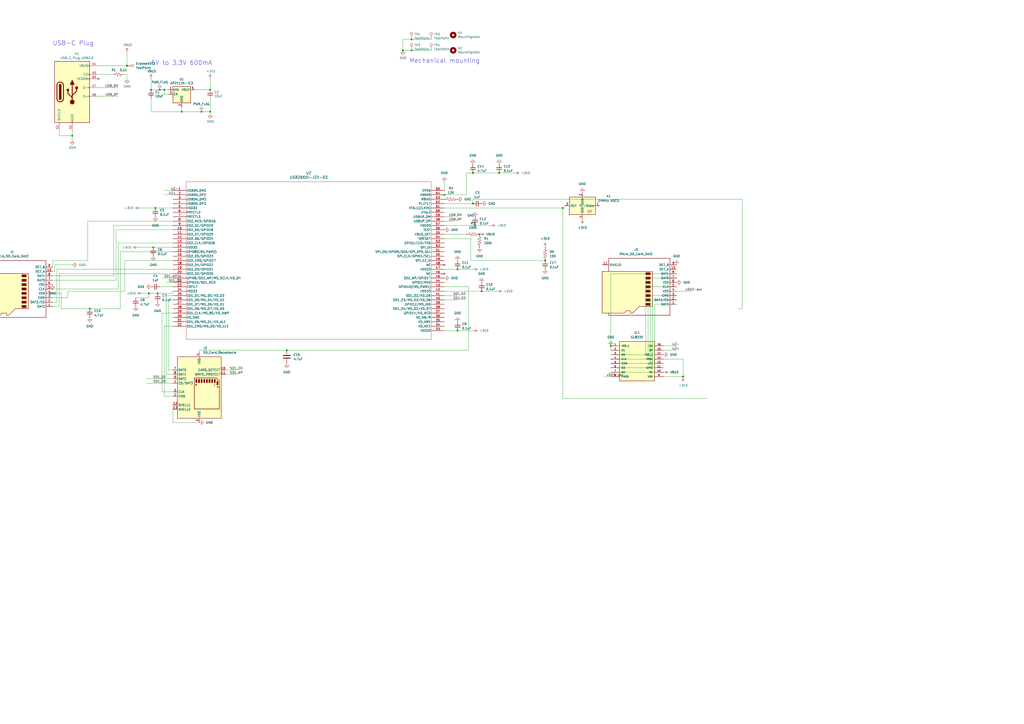
<source format=kicad_sch>
(kicad_sch (version 20231120) (generator "eeschema") (generator_version "8.0")
  (paper "A2")
  (title_block (title "Expansion Card Template") (date "2020-12-12") (rev "X1") (company "Framework") (comment 1 "This work is licensed under a Creative Commons Attribution 4.0 International License") (comment 4 "https://frame.work"))
  (lib_symbols
    (symbol "Connector:Micro_SD_Card_Det2"
      (property "Reference" "J" (at -16.51 17.78 0))
      (property "Value" "Micro_SD_Card_Det2" (at 16.51 17.78 0))
      (symbol "Micro_SD_Card_Det2_1_1"
        (pin bidirectional line (at -22.86 10.16 0) (length 3.81) (name "DAT2") (number "1"))
        (pin passive line (at -22.86 -10.16 0) (length 3.81) (name "DET_A") (number "10"))
        (pin passive line (at 20.32 -12.7 180) (length 3.81) (name "SHIELD") (number "11"))
        (pin bidirectional line (at -22.86 7.62 0) (length 3.81) (name "DAT3/CD") (number "2"))
        (pin input line (at -22.86 5.08 0) (length 3.81) (name "CMD") (number "3"))
        (pin power_in line (at -22.86 2.54 0) (length 3.81) (name "VDD") (number "4"))
        (pin input line (at -22.86 0 0) (length 3.81) (name "CLK") (number "5"))
        (pin power_in line (at -22.86 -2.54 0) (length 3.81) (name "VSS") (number "6"))
        (pin bidirectional line (at -22.86 -5.08 0) (length 3.81) (name "DAT0") (number "7"))
        (pin bidirectional line (at -22.86 -7.62 0) (length 3.81) (name "DAT1") (number "8"))
        (pin passive line (at -22.86 -12.7 0) (length 3.81) (name "DET_B") (number "9"))
      )
    )
    (symbol "Connector:SD_Card_Receptacle"
      (property "Reference" "J" (at -11.938 19.304 0))
      (property "Value" "SD_Card_Receptacle" (at 10.922 -19.558 0))
      (symbol "SD_Card_Receptacle_1_1"
        (text "1" (at 8.89 1.524 0) (effects (font (size 0.9 0.9))))
        (text "8" (at -1.778 1.524 0) (effects (font (size 0.9 0.9))))
        (text "9" (at 10.668 0.254 0) (effects (font (size 0.9 0.9))))
        (pin bidirectional line (at -15.24 2.54 0) (length 2.54) (name "CD/DAT3") (number "1"))
        (pin output line (at 15.24 10.16 180) (length 2.54) (name "CARD_DETECT") (number "10"))
        (pin output line (at 15.24 7.62 180) (length 2.54) (name "WRITE_PROTECT") (number "11"))
        (pin passive line (at -15.24 -10.16 0) (length 2.54) (name "SHELL1") (number "12"))
        (pin passive line (at -15.24 -12.7 0) (length 2.54) (name "SHELL2") (number "13"))
        (pin bidirectional line (at -15.24 -5.08 0) (length 2.54) (name "CMD") (number "2"))
        (pin power_in line (at 0 -20.32 90) (length 2.54) (name "VSS") (number "3"))
        (pin power_in line (at 0 20.32 270) (length 2.54) (name "VDD") (number "4"))
        (pin input line (at -15.24 -2.54 0) (length 2.54) (name "CLK") (number "5"))
        (pin passive line (at 0 -20.32 90) (length 2.54) hide (name "VSS") (number "6"))
        (pin bidirectional line (at -15.24 10.16 0) (length 2.54) (name "DAT0") (number "7"))
        (pin bidirectional line (at -15.24 7.62 0) (length 2.54) (name "DAT1") (number "8"))
        (pin bidirectional line (at -15.24 5.08 0) (length 2.54) (name "DAT2") (number "9"))
      )
    )
    (symbol "Connector:TestPoint" (pin_numbers hide) (pin_names (offset 0.762) hide)
      (property "Reference" "TP" (at 0 6.858 0))
      (property "Value" "TestPoint" (at 0 5.08 0))
      (symbol "TestPoint_1_1"
        (pin passive line (at 0 0 90) (length 2.54) (name "1") (number "1"))
      )
    )
    (symbol "Connector:USB_C_Plug_USB2.0" (pin_names (offset 1.016))
      (property "Reference" "P" (at -10.16 19.05 0))
      (property "Value" "USB_C_Plug_USB2.0" (at 12.7 19.05 0))
      (symbol "USB_C_Plug_USB2.0_1_1"
        (pin passive line (at 0 -22.86 90) (length 5.08) (name "GND") (number "A1"))
        (pin passive line (at 0 -22.86 90) (length 5.08) hide (name "GND") (number "A12"))
        (pin passive line (at 15.24 15.24 180) (length 5.08) (name "VBUS") (number "A4"))
        (pin bidirectional line (at 15.24 10.16 180) (length 5.08) (name "CC") (number "A5"))
        (pin bidirectional line (at 15.24 -2.54 180) (length 5.08) (name "D+") (number "A6"))
        (pin bidirectional line (at 15.24 2.54 180) (length 5.08) (name "D-") (number "A7"))
        (pin passive line (at 15.24 15.24 180) (length 5.08) hide (name "VBUS") (number "A9"))
        (pin passive line (at 0 -22.86 90) (length 5.08) hide (name "GND") (number "B1"))
        (pin passive line (at 0 -22.86 90) (length 5.08) hide (name "GND") (number "B12"))
        (pin passive line (at 15.24 15.24 180) (length 5.08) hide (name "VBUS") (number "B4"))
        (pin bidirectional line (at 15.24 7.62 180) (length 5.08) (name "VCONN") (number "B5"))
        (pin passive line (at 15.24 15.24 180) (length 5.08) hide (name "VBUS") (number "B9"))
        (pin passive line (at -7.62 -22.86 90) (length 5.08) (name "SHIELD") (number "S1"))
      )
    )
    (symbol "Device:C" (pin_numbers hide) (pin_names (offset 0.254))
      (property "Reference" "C" (at 0.635 2.54 0))
      (property "Value" "C" (at 0.635 -2.54 0))
      (symbol "C_1_1"
        (pin passive line (at 0 3.81 270) (length 2.794) (name "~") (number "1"))
        (pin passive line (at 0 -3.81 90) (length 2.794) (name "~") (number "2"))
      )
    )
    (symbol "Device:C_Small" (pin_numbers hide) (pin_names (offset 0.254) hide)
      (property "Reference" "C" (at 0.254 1.778 0))
      (property "Value" "C_Small" (at 0.254 -2.032 0))
      (symbol "C_Small_1_1"
        (pin passive line (at 0 2.54 270) (length 2.032) (name "~") (number "1"))
        (pin passive line (at 0 -2.54 90) (length 2.032) (name "~") (number "2"))
      )
    )
    (symbol "Device:R_Small_US" (pin_numbers hide) (pin_names (offset 0.254) hide)
      (property "Reference" "R" (at 0.762 0.508 0))
      (property "Value" "R_Small_US" (at 0.762 -1.016 0))
      (symbol "R_Small_US_1_1"
        (pin passive line (at 0 2.54 270) (length 1.016) (name "~") (number "1"))
        (pin passive line (at 0 -2.54 90) (length 1.016) (name "~") (number "2"))
      )
    )
    (symbol "Device:R_US" (pin_numbers hide) (pin_names (offset 0))
      (property "Reference" "R" (at 2.54 0 90))
      (property "Value" "R_US" (at -2.54 0 90))
      (symbol "R_US_1_1"
        (pin passive line (at 0 3.81 270) (length 1.27) (name "~") (number "1"))
        (pin passive line (at 0 -3.81 90) (length 1.27) (name "~") (number "2"))
      )
    )
    (symbol "Expansion_Card-rescue:+3.3V-power" (power) (pin_names (offset 0))
      (property "Value" "power_+3.3V" (at 0 3.556 0))
      (symbol "+3.3V-power_1_1"
        (pin power_in line (at 0 0 90) (length 0) hide (name "+3V3") (number "1"))
      )
    )
    (symbol "Expansion_Card-rescue:GND-power" (power) (pin_names (offset 0))
      (property "Value" "power_GND" (at 0 -3.81 0))
      (symbol "GND-power_1_1"
        (pin power_in line (at 0 0 270) (length 0) hide (name "GND") (number "1"))
      )
    )
    (symbol "Expansion_Card-rescue:PWR_FLAG-power" (power) (pin_numbers hide) (pin_names (offset 0) hide)
      (property "Value" "power_PWR_FLAG" (at 0 3.81 0))
      (symbol "PWR_FLAG-power_0_0"
        (pin power_out line (at 0 0 90) (length 0) (name "pwr") (number "1"))
      )
    )
    (symbol "Expansion_Card-rescue:VBUS-power" (power) (pin_names (offset 0))
      (property "Value" "power_VBUS" (at 0 3.81 0))
      (symbol "VBUS-power_1_1"
        (pin power_in line (at 0 0 90) (length 0) hide (name "VBUS") (number "1"))
      )
    )
    (symbol "GL823K:GL823K" (pin_names (offset 1.016))
      (property "Reference" "IC" (at 26.67 7.62 0))
      (property "Value" "GL823K" (at 26.67 5.08 0))
      (symbol "GL823K_0_0"
        (pin bidirectional line (at 0 0 0) (length 5.08) (name "VSS_1") (number "1"))
        (pin bidirectional line (at 30.48 -15.24 180) (length 5.08) (name "5V") (number "10"))
        (pin bidirectional line (at 30.48 -12.7 180) (length 5.08) (name "GPIO") (number "11"))
        (pin bidirectional line (at 30.48 -10.16 180) (length 5.08) (name "LED") (number "12"))
        (pin bidirectional line (at 30.48 -7.62 180) (length 5.08) (name "VDDA") (number "13"))
        (pin bidirectional line (at 30.48 -5.08 180) (length 5.08) (name "VSS_2") (number "14"))
        (pin bidirectional line (at 30.48 -2.54 180) (length 5.08) (name "DP") (number "15"))
        (pin bidirectional line (at 30.48 0 180) (length 5.08) (name "DM") (number "16"))
        (pin bidirectional line (at 0 -2.54 0) (length 5.08) (name "D1") (number "2"))
        (pin bidirectional line (at 0 -5.08 0) (length 5.08) (name "D0") (number "3"))
        (pin bidirectional line (at 0 -7.62 0) (length 5.08) (name "CLK") (number "4"))
        (pin bidirectional line (at 0 -10.16 0) (length 5.08) (name "CMD") (number "5"))
        (pin bidirectional line (at 0 -12.7 0) (length 5.08) (name "D3") (number "6"))
        (pin bidirectional line (at 0 -15.24 0) (length 5.08) (name "D2") (number "7"))
        (pin bidirectional line (at 0 -17.78 0) (length 5.08) (name "PMOS") (number "8"))
        (pin bidirectional line (at 30.48 -17.78 180) (length 5.08) (name "VDD") (number "9"))
      )
    )
    (symbol "Mechanical:MountingHole" (pin_names (offset 1.016)) (exclude_from_sim yes) (in_bom no)
      (property "Reference" "H" (at 0 5.08 0))
      (property "Value" "MountingHole" (at 0 3.175 0))
    )
    (symbol "Oscillator:ASCO"
      (property "Reference" "X" (at -7.62 6.35 0))
      (property "Value" "ASCO" (at 1.27 -6.35 0))
      (symbol "ASCO_1_1"
        (pin input line (at -10.16 0 0) (length 2.54) (name "Tri-State") (number "1"))
        (pin power_in line (at 0 -7.62 90) (length 2.54) (name "GND") (number "2"))
        (pin output line (at 10.16 0 180) (length 2.54) (name "OUT") (number "3"))
        (pin power_in line (at 0 7.62 270) (length 2.54) (name "VDD") (number "4"))
      )
    )
    (symbol "Regulator_Linear:AP2112K-3.3" (pin_names (offset 0.254))
      (property "Reference" "U" (at -5.08 5.715 0))
      (property "Value" "AP2112K-3.3" (at 0 5.715 0))
      (symbol "AP2112K-3.3_1_1"
        (pin power_in line (at -7.62 2.54 0) (length 2.54) (name "VIN") (number "1"))
        (pin power_in line (at 0 -7.62 90) (length 2.54) (name "GND") (number "2"))
        (pin input line (at -7.62 0 0) (length 2.54) (name "EN") (number "3"))
        (pin no_connect line (at 5.08 0 180) (length 2.54) hide (name "NC") (number "4"))
        (pin power_out line (at 7.62 2.54 180) (length 2.54) (name "VOUT") (number "5"))
      )
    )
    (symbol "USB2660I:USB2660I-JZX-03" (pin_names (offset 0.254))
      (property "Reference" "U" (at 78.74 10.16 0))
      (property "Value" "USB2660I-JZX-03" (at 78.74 7.62 0))
      (symbol "USB2660I-JZX-03_0_1"
        (pin bidirectional line (at 0 0 0) (length 7.62) (name "USBDN_DM2") (number "1"))
        (pin bidirectional line (at 0 -22.86 0) (length 7.62) (name "SD2_D0/GPIO18") (number "10"))
        (pin bidirectional line (at 0 -25.4 0) (length 7.62) (name "SD2_D7/GPIO25") (number "11"))
        (pin bidirectional line (at 0 -27.94 0) (length 7.62) (name "SD2_D6/GPIO24") (number "12"))
        (pin bidirectional line (at 0 -30.48 0) (length 7.62) (name "SD2_CLK/GPIO26") (number "13"))
        (pin power_in line (at 0 -33.02 0) (length 7.62) (name "VDD33") (number "14"))
        (pin bidirectional line (at 0 -35.56 0) (length 7.62) (name "GPIO8(CRD_PWR2)") (number "15"))
        (pin bidirectional line (at 0 -38.1 0) (length 7.62) (name "SD2_D5/GPIO23") (number "16"))
        (pin bidirectional line (at 0 -40.64 0) (length 7.62) (name "SD2_CMD/GPIO27") (number "17"))
        (pin bidirectional line (at 0 -43.18 0) (length 7.62) (name "SD2_D4/GPIO22") (number "18"))
        (pin bidirectional line (at 0 -45.72 0) (length 7.62) (name "SD2_D3/GPIO21") (number "19"))
        (pin bidirectional line (at 0 -2.54 0) (length 7.62) (name "USBDN_DP2") (number "2"))
        (pin bidirectional line (at 0 -48.26 0) (length 7.62) (name "SD2_D2/GPIO20") (number "20"))
        (pin bidirectional line (at 0 -50.8 0) (length 7.62) (name "GPIO6/SD1_WP/MS_SCLK/XD_D4") (number "21"))
        (pin bidirectional line (at 0 -53.34 0) (length 7.62) (name "GPIO15/SD1_NCD") (number "22"))
        (pin bidirectional line (at 0 -55.88 0) (length 7.62) (name "CRFILT") (number "23"))
        (pin power_in line (at 0 -58.42 0) (length 7.62) (name "VDD33") (number "24"))
        (pin bidirectional line (at 0 -60.96 0) (length 7.62) (name "SD1_D1/MS_D5/XD_D3") (number "25"))
        (pin bidirectional line (at 0 -63.5 0) (length 7.62) (name "SD1_D0/MS_D4/XD_D2") (number "26"))
        (pin bidirectional line (at 0 -66.04 0) (length 7.62) (name "SD1_D7/MS_D6/XD_D1") (number "27"))
        (pin bidirectional line (at 0 -68.58 0) (length 7.62) (name "SD1_D6/MS_D7/XD_D0") (number "28"))
        (pin bidirectional line (at 0 -71.12 0) (length 7.62) (name "SD1_CLK/MS_BS/XD_NWP") (number "29"))
        (pin bidirectional line (at 0 -5.08 0) (length 7.62) (name "USBDN_DM3") (number "3"))
        (pin bidirectional line (at 0 -73.66 0) (length 7.62) (name "XD_NWE") (number "30"))
        (pin bidirectional line (at 0 -76.2 0) (length 7.62) (name "SD1_D5/MS_D1/XD_ALE") (number "31"))
        (pin bidirectional line (at 0 -78.74 0) (length 7.62) (name "SD1_CMD/MS_D0/XD_CLE") (number "32"))
        (pin power_in line (at 157.48 -81.28 180) (length 7.62) (name "VDD33") (number "33"))
        (pin bidirectional line (at 157.48 -78.74 180) (length 7.62) (name "XD_NCE") (number "34"))
        (pin bidirectional line (at 157.48 -76.2 180) (length 7.62) (name "XD_NRE") (number "35"))
        (pin bidirectional line (at 157.48 -73.66 180) (length 7.62) (name "XD_NB/R") (number "36"))
        (pin bidirectional line (at 157.48 -71.12 180) (length 7.62) (name "GPIO14/XD_NCD") (number "37"))
        (pin bidirectional line (at 157.48 -68.58 180) (length 7.62) (name "SD1_D4/MS_D2/XD_D7") (number "38"))
        (pin bidirectional line (at 157.48 -66.04 180) (length 7.62) (name "GPIO12/MS_INS") (number "39"))
        (pin bidirectional line (at 0 -7.62 0) (length 7.62) (name "USBDN_DP3") (number "4"))
        (pin bidirectional line (at 157.48 -63.5 180) (length 7.62) (name "SD1_D3/MS_D3/XD_D6") (number "40"))
        (pin bidirectional line (at 157.48 -60.96 180) (length 7.62) (name "SD1_D2/XD_D5") (number "41"))
        (pin power_in line (at 157.48 -58.42 180) (length 7.62) (name "VDD33") (number "42"))
        (pin bidirectional line (at 157.48 -55.88 180) (length 7.62) (name "GPIO10(CRD_PWR1)") (number "43"))
        (pin bidirectional line (at 157.48 -53.34 180) (length 7.62) (name "GPIO2/RXD") (number "44"))
        (pin bidirectional line (at 157.48 -50.8 180) (length 7.62) (name "SD2_WP/GPIO17") (number "45"))
        (pin no_connect line (at 157.48 -48.26 180) (length 7.62) (name "NC") (number "46"))
        (pin power_in line (at 157.48 -45.72 180) (length 7.62) (name "VDD33") (number "47"))
        (pin no_connect line (at 157.48 -43.18 180) (length 7.62) (name "NC") (number "48"))
        (pin bidirectional line (at 157.48 -40.64 180) (length 7.62) (name "SPI_CE_N") (number "49"))
        (pin power_in line (at 0 -10.16 0) (length 7.62) (name "VDD33") (number "5"))
        (pin bidirectional line (at 157.48 -38.1 180) (length 7.62) (name "SPI_CLK/GPIO4/SCL") (number "50"))
        (pin bidirectional line (at 157.48 -35.56 180) (length 7.62) (name "SPI_DO/GPIO5/SDA/SPI_SPD_SEL") (number "51"))
        (pin bidirectional line (at 157.48 -33.02 180) (length 7.62) (name "SPI_DI") (number "52"))
        (pin bidirectional line (at 157.48 -30.48 180) (length 7.62) (name "GPIO1/LED/TXD") (number "53"))
        (pin bidirectional line (at 157.48 -27.94 180) (length 7.62) (name "NRESET") (number "54"))
        (pin bidirectional line (at 157.48 -25.4 180) (length 7.62) (name "VBUS_DET") (number "55"))
        (pin bidirectional line (at 157.48 -22.86 180) (length 7.62) (name "TEST") (number "56"))
        (pin power_in line (at 157.48 -20.32 180) (length 7.62) (name "VDD33") (number "57"))
        (pin bidirectional line (at 157.48 -17.78 180) (length 7.62) (name "USBUP_DP") (number "58"))
        (pin bidirectional line (at 157.48 -15.24 180) (length 7.62) (name "USBUP_DM") (number "59"))
        (pin bidirectional line (at 0 -12.7 0) (length 7.62) (name "PRTCTL2") (number "6"))
        (pin bidirectional line (at 157.48 -12.7 180) (length 7.62) (name "XTAL2") (number "60"))
        (pin bidirectional line (at 157.48 -10.16 180) (length 7.62) (name "XTAL1(CLKIN)") (number "61"))
        (pin bidirectional line (at 157.48 -7.62 180) (length 7.62) (name "PLLFILT") (number "62"))
        (pin bidirectional line (at 157.48 -5.08 180) (length 7.62) (name "RBIAS") (number "63"))
        (pin power_in line (at 157.48 -2.54 180) (length 7.62) (name "VDD33") (number "64"))
        (pin unspecified line (at 157.48 0 180) (length 7.62) (name "EPAD") (number "65"))
        (pin bidirectional line (at 0 -15.24 0) (length 7.62) (name "PRTCTL3") (number "7"))
        (pin bidirectional line (at 0 -17.78 0) (length 7.62) (name "SD2_NCD/GPIO16") (number "8"))
        (pin bidirectional line (at 0 -20.32 0) (length 7.62) (name "SD2_D1/GPIO19") (number "9"))
      )
    )
    (symbol "power:+3V3" (power) (pin_numbers hide) (pin_names (offset 0) hide)
      (property "Value" "+3V3" (at 0 3.556 0))
      (symbol "+3V3_1_1"
        (pin power_in line (at 0 0 90) (length 0) (name "~") (number "1"))
      )
    )
    (symbol "power:GND" (power) (pin_numbers hide) (pin_names (offset 0) hide)
      (property "Value" "GND" (at 0 -3.81 0))
      (symbol "GND_1_1"
        (pin power_in line (at 0 0 270) (length 0) (name "~") (number "1"))
      )
    )
    (symbol "power:VBUS" (power) (pin_numbers hide) (pin_names (offset 0) hide)
      (property "Value" "VBUS" (at 0 3.556 0))
      (symbol "VBUS_1_1"
        (pin power_in line (at 0 0 90) (length 0) (name "~") (number "1"))
      )
    )
  )
  (junction (at 88.9 143.51))
  (junction (at 233.68 29.21))
  (junction (at 396.24 218.44))
  (junction (at 265.43 156.21))
  (junction (at 90.17 120.65))
  (junction (at 275.59 130.81))
  (junction (at 86.36 170.18))
  (junction (at 265.43 191.77))
  (junction (at 87.63 52.07))
  (junction (at 289.56 100.33))
  (junction (at 91.44 170.18))
  (junction (at 116.84 64.77))
  (junction (at 274.32 118.11))
  (junction (at 257.81 113.03))
  (junction (at 41.91 78.74))
  (junction (at 73.66 38.1))
  (junction (at 238.76 29.21))
  (junction (at 92.71 52.07))
  (junction (at 121.92 52.07))
  (junction (at 274.32 100.33))
  (junction (at 278.13 135.89))
  (junction (at 238.76 22.86))
  (junction (at 95.25 52.07))
  (junction (at 121.92 64.77))
  (junction (at 52.07 179.07))
  (junction (at 105.41 64.77))
  (junction (at 279.4 168.91))
  (junction (at 326.39 120.65))
  (junction (at 354.33 200.66))
  (junction (at 316.23 151.13))
  (junction (at 166.37 203.2))
  (no_connect (at 57.15 45.72))
  (wire (pts (xy 238.76 29.21) (xy 233.68 29.21)))
  (wire (pts (xy 374.65 161.29) (xy 392.43 161.29)))
  (wire (pts (xy 97.79 54.61) (xy 95.25 54.61)))
  (wire (pts (xy 90.17 120.65) (xy 100.33 120.65)))
  (wire (pts (xy 257.81 105.41) (xy 257.81 110.49)))
  (wire (pts (xy 95.25 110.49) (xy 100.33 110.49)))
  (wire (pts (xy 298.45 100.33) (xy 289.56 100.33)))
  (wire (pts (xy 69.85 146.05) (xy 100.33 146.05)))
  (wire (pts (xy 238.76 22.86) (xy 233.68 22.86)))
  (wire (pts (xy 121.92 45.72) (xy 121.92 52.07)))
  (wire (pts (xy 96.52 171.45) (xy 100.33 171.45)))
  (wire (pts (xy 71.12 43.18) (xy 73.66 43.18)))
  (wire (pts (xy 34.29 78.74) (xy 41.91 78.74)))
  (wire (pts (xy 78.74 172.72) (xy 86.36 172.72)))
  (wire (pts (xy 113.03 52.07) (xy 121.92 52.07)))
  (wire (pts (xy 92.71 166.37) (xy 100.33 166.37)))
  (wire (pts (xy 57.15 38.1) (xy 73.66 38.1)))
  (wire (pts (xy 392.43 171.45) (xy 377.19 171.45)))
  (wire (pts (xy 88.9 143.51) (xy 100.33 143.51)))
  (wire (pts (xy 57.15 43.18) (xy 66.04 43.18)))
  (wire (pts (xy 50.8 128.27) (xy 100.33 128.27)))
  (wire (pts (xy 66.04 160.02) (xy 30.48 160.02)))
  (wire (pts (xy 326.39 120.65) (xy 326.39 231.14)))
  (wire (pts (xy 87.63 64.77) (xy 105.41 64.77)))
  (wire (pts (xy 96.52 163.83) (xy 100.33 163.83)))
  (wire (pts (xy 257.81 130.81) (xy 275.59 130.81)))
  (wire (pts (xy 93.98 227.33) (xy 93.98 181.61)))
  (wire (pts (xy 67.31 162.56) (xy 67.31 133.35)))
  (wire (pts (xy 93.98 181.61) (xy 100.33 181.61)))
  (wire (pts (xy 30.48 167.64) (xy 68.58 167.64)))
  (wire (pts (xy 30.48 170.18) (xy 35.56 170.18)))
  (wire (pts (xy 95.25 52.07) (xy 97.79 52.07)))
  (wire (pts (xy 34.29 76.2) (xy 34.29 78.74)))
  (wire (pts (xy 378.46 173.99) (xy 392.43 173.99)))
  (wire (pts (xy 354.33 208.28) (xy 375.92 208.28)))
  (wire (pts (xy 85.09 222.25) (xy 100.33 222.25)))
  (wire (pts (xy 97.79 173.99) (xy 100.33 173.99)))
  (wire (pts (xy 35.56 170.18) (xy 35.56 179.07)))
  (wire (pts (xy 377.19 171.45) (xy 377.19 210.82)))
  (wire (pts (xy 116.84 64.77) (xy 121.92 64.77)))
  (wire (pts (xy 34.29 158.75) (xy 100.33 158.75)))
  (wire (pts (xy 379.73 215.9) (xy 354.33 215.9)))
  (wire (pts (xy 85.09 219.71) (xy 100.33 219.71)))
  (wire (pts (xy 257.81 166.37) (xy 271.78 166.37)))
  (wire (pts (xy 100.33 245.11) (xy 115.57 245.11)))
  (wire (pts (xy 378.46 213.36) (xy 378.46 173.99)))
  (wire (pts (xy 396.24 208.28) (xy 396.24 218.44)))
  (wire (pts (xy 95.25 113.03) (xy 100.33 113.03)))
  (wire (pts (xy 392.43 176.53) (xy 379.73 176.53)))
  (wire (pts (xy 86.36 170.18) (xy 91.44 170.18)))
  (wire (pts (xy 50.8 128.27) (xy 50.8 151.13)))
  (wire (pts (xy 34.29 158.75) (xy 34.29 177.8)))
  (wire (pts (xy 100.33 234.95) (xy 100.33 245.11)))
  (wire (pts (xy 274.32 100.33) (xy 289.56 100.33)))
  (wire (pts (xy 375.92 208.28) (xy 375.92 166.37)))
  (wire (pts (xy 87.63 45.72) (xy 87.63 52.07)))
  (wire (pts (xy 430.53 115.57) (xy 274.32 115.57)))
  (wire (pts (xy 274.32 156.21) (xy 265.43 156.21)))
  (wire (pts (xy 69.85 179.07) (xy 69.85 146.05)))
  (wire (pts (xy 350.52 218.44) (xy 354.33 218.44)))
  (wire (pts (xy 95.25 189.23) (xy 100.33 189.23)))
  (wire (pts (xy 392.43 168.91) (xy 401.32 168.91)))
  (wire (pts (xy 250.19 29.21) (xy 238.76 29.21)))
  (wire (pts (xy 39.37 168.91) (xy 72.39 168.91)))
  (wire (pts (xy 39.37 172.72) (xy 39.37 168.91)))
  (wire (pts (xy 257.81 128.27) (xy 262.89 128.27)))
  (wire (pts (xy 105.41 64.77) (xy 116.84 64.77)))
  (wire (pts (xy 115.57 203.2) (xy 115.57 204.47)))
  (wire (pts (xy 354.33 213.36) (xy 378.46 213.36)))
  (wire (pts (xy 273.05 138.43) (xy 273.05 151.13)))
  (wire (pts (xy 257.81 173.99) (xy 265.43 173.99)))
  (wire (pts (xy 166.37 203.2) (xy 115.57 203.2)))
  (wire (pts (xy 326.39 120.65) (xy 327.66 120.65)))
  (wire (pts (xy 93.98 161.29) (xy 100.33 161.29)))
  (wire (pts (xy 87.63 57.15) (xy 87.63 64.77)))
  (wire (pts (xy 257.81 171.45) (xy 265.43 171.45)))
  (wire (pts (xy 100.33 130.81) (xy 66.04 130.81)))
  (wire (pts (xy 100.33 214.63) (xy 97.79 214.63)))
  (wire (pts (xy 30.48 157.48) (xy 31.75 157.48)))
  (wire (pts (xy 66.04 130.81) (xy 66.04 160.02)))
  (wire (pts (xy 384.81 203.2) (xy 392.43 203.2)))
  (wire (pts (xy 68.58 140.97) (xy 100.33 140.97)))
  (wire (pts (xy 81.28 120.65) (xy 90.17 120.65)))
  (wire (pts (xy 257.81 113.03) (xy 243.84 113.03)))
  (wire (pts (xy 30.48 162.56) (xy 67.31 162.56)))
  (wire (pts (xy 410.21 231.14) (xy 326.39 231.14)))
  (wire (pts (xy 427.99 179.07) (xy 430.53 179.07)))
  (wire (pts (xy 31.75 153.67) (xy 41.91 153.67)))
  (wire (pts (xy 354.33 203.2) (xy 354.33 200.66)))
  (wire (pts (xy 121.92 64.77) (xy 121.92 66.04)))
  (wire (pts (xy 274.32 115.57) (xy 274.32 118.11)))
  (wire (pts (xy 271.78 166.37) (xy 271.78 203.2)))
  (wire (pts (xy 257.81 191.77) (xy 265.43 191.77)))
  (wire (pts (xy 33.02 156.21) (xy 33.02 175.26)))
  (wire (pts (xy 30.48 172.72) (xy 39.37 172.72)))
  (wire (pts (xy 30.48 154.94) (xy 30.48 151.13)))
  (wire (pts (xy 82.55 170.18) (xy 86.36 170.18)))
  (wire (pts (xy 257.81 120.65) (xy 326.39 120.65)))
  (wire (pts (xy 73.66 43.18) (xy 73.66 45.72)))
  (wire (pts (xy 86.36 172.72) (xy 86.36 170.18)))
  (wire (pts (xy 265.43 191.77) (xy 274.32 191.77)))
  (wire (pts (xy 87.63 52.07) (xy 92.71 52.07)))
  (wire (pts (xy 257.81 138.43) (xy 273.05 138.43)))
  (wire (pts (xy 130.81 214.63) (xy 137.16 214.63)))
  (wire (pts (xy 97.79 214.63) (xy 97.79 173.99)))
  (wire (pts (xy 354.33 200.66) (xy 354.33 158.75)))
  (wire (pts (xy 257.81 168.91) (xy 279.4 168.91)))
  (wire (pts (xy 250.19 22.86) (xy 238.76 22.86)))
  (wire (pts (xy 52.07 179.07) (xy 69.85 179.07)))
  (wire (pts (xy 72.39 168.91) (xy 72.39 151.13)))
  (wire (pts (xy 354.33 205.74) (xy 374.65 205.74)))
  (wire (pts (xy 430.53 179.07) (xy 430.53 115.57)))
  (wire (pts (xy 396.24 218.44) (xy 384.81 218.44)))
  (wire (pts (xy 68.58 167.64) (xy 68.58 140.97)))
  (wire (pts (xy 270.51 100.33) (xy 274.32 100.33)))
  (wire (pts (xy 100.33 170.18) (xy 100.33 168.91)))
  (wire (pts (xy 41.91 78.74) (xy 41.91 76.2)))
  (wire (pts (xy 34.29 177.8) (xy 30.48 177.8)))
  (wire (pts (xy 33.02 156.21) (xy 100.33 156.21)))
  (wire (pts (xy 33.02 175.26) (xy 30.48 175.26)))
  (wire (pts (xy 105.41 62.23) (xy 105.41 64.77)))
  (wire (pts (xy 92.71 52.07) (xy 95.25 52.07)))
  (wire (pts (xy 80.01 143.51) (xy 88.9 143.51)))
  (wire (pts (xy 384.81 200.66) (xy 392.43 200.66)))
  (wire (pts (xy 91.44 170.18) (xy 100.33 170.18)))
  (wire (pts (xy 271.78 203.2) (xy 166.37 203.2)))
  (wire (pts (xy 257.81 113.03) (xy 270.51 113.03)))
  (wire (pts (xy 30.48 151.13) (xy 50.8 151.13)))
  (wire (pts (xy 100.33 217.17) (xy 96.52 217.17)))
  (wire (pts (xy 72.39 151.13) (xy 100.33 151.13)))
  (wire (pts (xy 41.91 81.28) (xy 41.91 78.74)))
  (wire (pts (xy 73.66 38.1) (xy 73.66 30.48)))
  (wire (pts (xy 384.81 208.28) (xy 396.24 208.28)))
  (wire (pts (xy 121.92 57.15) (xy 121.92 64.77)))
  (wire (pts (xy 31.75 157.48) (xy 31.75 153.67)))
  (wire (pts (xy 95.25 54.61) (xy 95.25 52.07)))
  (wire (pts (xy 233.68 22.86) (xy 233.68 29.21)))
  (wire (pts (xy 35.56 179.07) (xy 52.07 179.07)))
  (wire (pts (xy 375.92 166.37) (xy 392.43 166.37)))
  (wire (pts (xy 257.81 156.21) (xy 265.43 156.21)))
  (wire (pts (xy 67.31 133.35) (xy 100.33 133.35)))
  (wire (pts (xy 273.05 151.13) (xy 316.23 151.13)))
  (wire (pts (xy 57.15 50.8) (xy 68.58 50.8)))
  (wire (pts (xy 284.48 130.81) (xy 275.59 130.81)))
  (wire (pts (xy 100.33 229.87) (xy 95.25 229.87)))
  (wire (pts (xy 288.29 168.91) (xy 279.4 168.91)))
  (wire (pts (xy 374.65 205.74) (xy 374.65 161.29)))
  (wire (pts (xy 379.73 176.53) (xy 379.73 215.9)))
  (wire (pts (xy 327.66 120.65) (xy 327.66 119.38)))
  (wire (pts (xy 257.81 118.11) (xy 274.32 118.11)))
  (wire (pts (xy 270.51 113.03) (xy 270.51 100.33)))
  (wire (pts (xy 130.81 217.17) (xy 137.16 217.17)))
  (wire (pts (xy 96.52 217.17) (xy 96.52 171.45)))
  (wire (pts (xy 257.81 135.89) (xy 270.51 135.89)))
  (wire (pts (xy 257.81 125.73) (xy 262.89 125.73)))
  (wire (pts (xy 100.33 227.33) (xy 93.98 227.33)))
  (wire (pts (xy 377.19 210.82) (xy 354.33 210.82)))
  (wire (pts (xy 354.33 158.75) (xy 392.43 158.75)))
  (wire (pts (xy 57.15 55.88) (xy 68.58 55.88)))
  (wire (pts (xy 95.25 229.87) (xy 95.25 189.23)))
  (text "Mechanical mounting" (at 237.49 36.83 0) (effects (font (size 2.54 2.54)) (justify left bottom)))
  (text "USB-C Plug" (at 30.48 26.67 0) (effects (font (size 2.54 2.54)) (justify left bottom)))
  (text "5V to 3.3V 600mA" (at 87.63 38.1 0) (effects (font (size 2.54 2.54)) (justify left bottom)))
  (label "SD1_D3" (at 262.89 173.99 0))
  (label "SD1_CD" (at 97.79 163.83 0))
  (label "U2+" (at 97.79 113.03 0))
  (label "USB_DP" (at 260.35 128.27 0))
  (label "SD1_WP" (at 133.35 217.17 0))
  (label "SD1_D2" (at 262.89 171.45 0))
  (label "U2-" (at 99.06 110.49 0))
  (label "SD1_CD" (at 133.35 214.63 0))
  (label "USB_DP" (at 68.58 55.88 180))
  (label "uSD2-pwr" (at 351.79 218.44 0))
  (label "U2-" (at 389.89 200.66 0))
  (label "SD1_D2" (at 88.9 219.71 0))
  (label "U2+" (at 389.89 203.2 0))
  (label "USB_DN" (at 68.58 50.8 180))
  (label "SD1_WP" (at 95.25 161.29 0))
  (label "USB_DN" (at 260.35 125.73 0))
  (label "SD1_D3" (at 88.9 222.25 0))
  (label "uSD2-pwr" (at 397.51 168.91 0))
  (symbol (lib_id "Regulator_Linear:AP2112K-3.3") (at 105.41 54.61 0) (unit 1)
    (property "Reference" "U1" (at 105.41 45.9232 0))
    (property "Value" "AP2112K-3.3" (at 105.41 48.2346 0))
    (property "Footprint" "Package_TO_SOT_SMD:SOT-23-5" (effects (hide yes)))
    (property "Datasheet" "https://www.diodes.com/assets/Datasheets/AP2112.pdf" (effects (hide yes)))
  )
  (symbol (lib_id "Device:C_Small") (at 87.63 54.61 0) (unit 1)
    (property "Reference" "C1" (at 89.9668 53.4416 0) (effects (justify left)))
    (property "Value" "10uF" (at 89.9668 55.753 0) (effects (justify left)))
    (property "Footprint" "Capacitor_SMD:C_0805_2012Metric" (effects (hide yes)))
  )
  (symbol (lib_id "Device:C_Small") (at 121.92 54.61 0) (unit 1)
    (property "Reference" "C2" (at 124.2568 53.4416 0) (effects (justify left)))
    (property "Value" "10uF" (at 124.2568 55.753 0) (effects (justify left)))
    (property "Footprint" "Capacitor_SMD:C_0805_2012Metric" (effects (hide yes)))
  )
  (symbol (lib_id "Expansion_Card-rescue:+3.3V-power") (at 121.92 45.72 0) (unit 1)
    (property "Reference" "#PWR05" (effects (hide yes)))
    (property "Value" "+3V3" (at 122.301 41.3258 0))
  )
  (symbol (lib_id "Expansion_Card-rescue:GND-power") (at 121.92 66.04 0) (unit 1)
    (property "Reference" "#PWR06" (effects (hide yes)))
    (property "Value" "GND" (at 122.047 70.4342 0))
  )
  (symbol (lib_id "Expansion_Card-rescue:VBUS-power") (at 87.63 45.72 0) (unit 1)
    (property "Reference" "#PWR04" (effects (hide yes)))
    (property "Value" "VBUS" (at 88.011 41.3258 0))
  )
  (symbol (lib_id "Connector:USB_C_Plug_USB2.0") (at 41.91 53.34 0) (unit 1)
    (property "Reference" "P1" (at 44.6278 31.3182 0))
    (property "Value" "USB_C_Plug_USB2.0" (at 44.6278 33.6296 0))
    (property "Footprint" "Expansion_Card:USB_C_Plug_Molex_105444" (effects (hide yes)))
    (property "Datasheet" "https://www.usb.org/sites/default/files/documents/usb_type-c.zip" (effects (hide yes)))
  )
  (symbol (lib_id "Device:R_Small_US") (at 68.58 43.18 90) (unit 1)
    (property "Reference" "R1" (at 67.31 40.64 90) (effects (justify left)))
    (property "Value" "5.1k" (at 73.66 40.64 90) (effects (justify left)))
    (property "Footprint" "Resistor_SMD:R_0603_1608Metric" (effects (hide yes)))
  )
  (symbol (lib_id "Expansion_Card-rescue:GND-power") (at 41.91 81.28 0) (unit 1)
    (property "Reference" "#PWR01" (effects (hide yes)))
    (property "Value" "GND" (at 42.037 85.6742 0))
  )
  (symbol (lib_id "Expansion_Card-rescue:GND-power") (at 73.66 45.72 0) (unit 1)
    (property "Reference" "#PWR03" (effects (hide yes)))
    (property "Value" "GND" (at 73.787 50.1142 0))
  )
  (symbol (lib_id "Expansion_Card-rescue:VBUS-power") (at 73.66 30.48 0) (unit 1)
    (property "Reference" "#PWR02" (effects (hide yes)))
    (property "Value" "VBUS" (at 74.041 26.0858 0))
  )
  (symbol (lib_id "Mechanical:MountingHole") (at 262.89 20.32 0) (unit 1)
    (property "Reference" "H1" (at 265.43 19.0754 0) (effects (justify left)))
    (property "Value" "MountingHole" (at 265.43 21.3868 0) (effects (justify left)))
    (property "Footprint" "MountingHole:MountingHole_2.2mm_M2" (effects (hide yes)))
  )
  (symbol (lib_id "Mechanical:MountingHole") (at 262.89 29.21 0) (unit 1)
    (property "Reference" "H2" (at 265.43 27.9654 0) (effects (justify left)))
    (property "Value" "MountingHole" (at 265.43 30.2768 0) (effects (justify left)))
    (property "Footprint" "MountingHole:MountingHole_2.2mm_M2" (effects (hide yes)))
  )
  (symbol (lib_id "Expansion_Card-rescue:PWR_FLAG-power") (at 92.71 52.07 0) (unit 1)
    (property "Reference" "#FLG01" (effects (hide yes)))
    (property "Value" "PWR_FLAG" (at 92.71 47.6758 0))
  )
  (symbol (lib_id "Expansion_Card-rescue:PWR_FLAG-power") (at 116.84 64.77 0) (unit 1)
    (property "Reference" "#FLG02" (effects (hide yes)))
    (property "Value" "PWR_FLAG" (at 116.84 60.3758 0))
  )
  (symbol (lib_id "Connector:TestPoint") (at 250.19 22.86 0) (unit 1)
    (property "Reference" "TP2" (at 251.6632 19.8628 0) (effects (justify left)))
    (property "Value" "TestPoint" (at 251.6632 22.1742 0) (effects (justify left)))
    (property "Footprint" "TestPoint:TestPoint_Pad_1.5x1.5mm" (effects (hide yes)))
  )
  (symbol (lib_id "Connector:TestPoint") (at 238.76 22.86 0) (unit 1)
    (property "Reference" "TP1" (at 240.2332 19.8628 0) (effects (justify left)))
    (property "Value" "TestPoint" (at 240.2332 22.1742 0) (effects (justify left)))
    (property "Footprint" "TestPoint:TestPoint_Pad_1.5x1.5mm" (effects (hide yes)))
  )
  (symbol (lib_id "Connector:TestPoint") (at 238.76 29.21 0) (unit 1)
    (property "Reference" "TP3" (at 240.2332 26.2128 0) (effects (justify left)))
    (property "Value" "TestPoint" (at 240.2332 28.5242 0) (effects (justify left)))
    (property "Footprint" "TestPoint:TestPoint_Pad_1.5x1.5mm" (effects (hide yes)))
  )
  (symbol (lib_id "Connector:TestPoint") (at 250.19 29.21 0) (unit 1)
    (property "Reference" "TP4" (at 251.6632 26.2128 0) (effects (justify left)))
    (property "Value" "TestPoint" (at 251.6632 28.5242 0) (effects (justify left)))
    (property "Footprint" "TestPoint:TestPoint_Pad_1.5x1.5mm" (effects (hide yes)))
  )
  (symbol (lib_id "Expansion_Card-rescue:GND-power") (at 233.68 29.21 0) (unit 1)
    (property "Reference" "#PWR0101" (effects (hide yes)))
    (property "Value" "GND" (at 233.807 33.6042 0))
  )
  (symbol (lib_id "Device:C_Small") (at 91.44 172.72 0) (unit 1)
    (property "Reference" "C7" (at 93.98 171.4562 0) (effects (justify left)))
    (property "Value" "0.1uF" (at 93.98 173.9962 0) (effects (justify left)))
    (property "Footprint" "Capacitor_SMD:C_0402_1005Metric" (effects (hide yes)))
    (property "Description" "Unpolarized capacitor, small symbol" (effects (hide yes)))
  )
  (symbol (lib_id "power:+3V3") (at 284.48 130.81 270) (unit 1)
    (property "Reference" "#PWR026" (effects (hide yes)))
    (property "Value" "+3V3" (at 288.29 130.8101 90) (effects (justify left)))
    (property "Description" "Power symbol creates a global label with name \"+3V3\"" (effects (hide yes)))
  )
  (symbol (lib_id "power:+3V3") (at 81.28 120.65 90) (unit 1)
    (property "Reference" "#PWR013" (effects (hide yes)))
    (property "Value" "+3V3" (at 77.47 120.6499 90) (effects (justify left)))
    (property "Description" "Power symbol creates a global label with name \"+3V3\"" (effects (hide yes)))
  )
  (symbol (lib_id "Device:C_Small") (at 265.43 189.23 180) (unit 1)
    (property "Reference" "C9" (at 267.97 187.9535 0) (effects (justify right)))
    (property "Value" "0.1uF" (at 267.97 190.4935 0) (effects (justify right)))
    (property "Footprint" "Capacitor_SMD:C_0402_1005Metric" (effects (hide yes)))
    (property "Description" "Unpolarized capacitor, small symbol" (effects (hide yes)))
  )
  (symbol (lib_id "power:VBUS") (at 384.81 215.9 270) (unit 1)
    (property "Reference" "#PWR42" (effects (hide yes)))
    (property "Value" "VBUS" (at 388.62 215.8999 90) (effects (justify left)))
    (property "Description" "Power symbol creates a global label with name \"VBUS\"" (effects (hide yes)))
  )
  (symbol (lib_id "power:GND") (at 279.4 163.83 180) (unit 1)
    (property "Reference" "#PWR023" (effects (hide yes)))
    (property "Value" "GND" (at 279.4 158.75 0))
    (property "Description" "Power symbol creates a global label with name \"GND\" , ground" (effects (hide yes)))
  )
  (symbol (lib_id "Oscillator:ASCO") (at 337.82 119.38 180) (unit 1)
    (property "Reference" "X1" (at 353.06 113.8838 0))
    (property "Value" "24MHz ASCO" (at 353.06 116.4238 0))
    (property "Footprint" "Oscillator:Oscillator_SMD_Abracon_ASCO-4Pin_1.6x1.2mm" (effects (hide yes)))
    (property "Datasheet" "https://abracon.com/Oscillators/ASCO.pdf" (effects (hide yes)))
    (property "Description" "Crystal Clock Oscillator, Abracon ASCO" (effects (hide yes)))
  )
  (symbol (lib_id "power:+3V3") (at 337.82 127 180) (unit 1)
    (property "Reference" "#PWR040" (effects (hide yes)))
    (property "Value" "+3V3" (at 337.82 132.08 0))
    (property "Description" "Power symbol creates a global label with name \"+3V3\"" (effects (hide yes)))
  )
  (symbol (lib_id "power:+3V3") (at 396.24 218.44 180) (unit 1)
    (property "Reference" "#PWR43" (effects (hide yes)))
    (property "Value" "+3V3" (at 396.24 223.52 0))
    (property "Description" "Power symbol creates a global label with name \"+3V3\"" (effects (hide yes)))
  )
  (symbol (lib_id "power:+3V3") (at 274.32 156.21 270) (unit 1)
    (property "Reference" "#PWR024" (effects (hide yes)))
    (property "Value" "+3V3" (at 278.13 156.2101 90) (effects (justify left)))
    (property "Description" "Power symbol creates a global label with name \"+3V3\"" (effects (hide yes)))
  )
  (symbol (lib_id "power:GND") (at 337.82 111.76 180) (unit 1)
    (property "Reference" "#PWR039" (effects (hide yes)))
    (property "Value" "GND" (at 337.82 106.68 0))
    (property "Description" "Power symbol creates a global label with name \"GND\" , ground" (effects (hide yes)))
  )
  (symbol (lib_id "Device:C_Small") (at 274.32 97.79 0) (unit 1)
    (property "Reference" "C14" (at 276.86 96.5262 0) (effects (justify left)))
    (property "Value" "4.7uF" (at 276.86 99.0662 0) (effects (justify left)))
    (property "Footprint" "Capacitor_SMD:C_0402_1005Metric" (effects (hide yes)))
    (property "Description" "Unpolarized capacitor, small symbol" (effects (hide yes)))
  )
  (symbol (lib_id "Device:C_Small") (at 52.07 181.61 0) (unit 1)
    (property "Reference" "C15" (at 54.61 180.3462 0) (effects (justify left)))
    (property "Value" "4.7uF" (at 54.61 182.8862 0) (effects (justify left)))
    (property "Footprint" "Capacitor_SMD:C_0402_1005Metric" (effects (hide yes)))
    (property "Description" "Unpolarized capacitor, small symbol" (effects (hide yes)))
  )
  (symbol (lib_id "Device:R_US") (at 278.13 139.7 180) (unit 1)
    (property "Reference" "R4" (at 280.67 138.4299 0) (effects (justify right)))
    (property "Value" "100k" (at 280.67 140.9699 0) (effects (justify right)))
    (property "Footprint" "Resistor_SMD:R_0402_1005Metric" (effects (hide yes)))
    (property "Description" "Resistor, US symbol" (effects (hide yes)))
  )
  (symbol (lib_id "power:+3V3") (at 80.01 143.51 90) (unit 1)
    (property "Reference" "#PWR015" (effects (hide yes)))
    (property "Value" "+3V3" (at 76.2 143.5099 90) (effects (justify left)))
    (property "Description" "Power symbol creates a global label with name \"+3V3\"" (effects (hide yes)))
  )
  (symbol (lib_id "Device:R_US") (at 316.23 147.32 0) (unit 1)
    (property "Reference" "R5" (at 318.77 146.0499 0) (effects (justify left)))
    (property "Value" "10K" (at 318.77 148.5899 0) (effects (justify left)))
    (property "Footprint" "Resistor_SMD:R_0402_1005Metric" (effects (hide yes)))
    (property "Description" "Resistor, US symbol" (effects (hide yes)))
  )
  (symbol (lib_id "power:GND") (at 91.44 175.26 0) (unit 1)
    (property "Reference" "#PWR018" (effects (hide yes)))
    (property "Value" "GND" (at 91.44 180.34 0))
    (property "Description" "Power symbol creates a global label with name \"GND\" , ground" (effects (hide yes)))
  )
  (symbol (lib_id "power:GND") (at 392.43 153.67 180) (unit 1)
    (property "Reference" "#PWR46" (effects (hide yes)))
    (property "Value" "GND" (at 392.43 148.59 0))
    (property "Description" "Power symbol creates a global label with name \"GND\" , ground" (effects (hide yes)))
  )
  (symbol (lib_id "Device:C_Small") (at 275.59 128.27 180) (unit 1)
    (property "Reference" "C12" (at 278.13 126.9935 0) (effects (justify right)))
    (property "Value" "0.1uF" (at 278.13 129.5335 0) (effects (justify right)))
    (property "Footprint" "Capacitor_SMD:C_0402_1005Metric" (effects (hide yes)))
    (property "Description" "Unpolarized capacitor, small symbol" (effects (hide yes)))
  )
  (symbol (lib_id "power:+3V3") (at 288.29 168.91 270) (unit 1)
    (property "Reference" "#PWR022" (effects (hide yes)))
    (property "Value" "+3V3" (at 292.1 168.9101 90) (effects (justify left)))
    (property "Description" "Power symbol creates a global label with name \"+3V3\"" (effects (hide yes)))
  )
  (symbol (lib_id "Device:C_Small") (at 279.4 166.37 180) (unit 1)
    (property "Reference" "C10" (at 281.94 165.0935 0) (effects (justify right)))
    (property "Value" "0.1uF" (at 281.94 167.6335 0) (effects (justify right)))
    (property "Footprint" "Capacitor_SMD:C_0402_1005Metric" (effects (hide yes)))
    (property "Description" "Unpolarized capacitor, small symbol" (effects (hide yes)))
  )
  (symbol (lib_id "Connector:TestPoint") (at 73.66 38.1 270) (unit 1)
    (property "Reference" "Exposed5V1" (at 78.74 36.8299 90) (effects (justify left)))
    (property "Value" "TestPoint" (at 78.74 39.3699 90) (effects (justify left)))
    (property "Footprint" "TestPoint:TestPoint_Pad_2.0x2.0mm" (effects (hide yes)))
    (property "Description" "test point" (effects (hide yes)))
  )
  (symbol (lib_id "power:GND") (at 257.81 161.29 90) (unit 1)
    (property "Reference" "#PWR033" (effects (hide yes)))
    (property "Value" "GND" (at 261.62 161.2899 90) (effects (justify right)))
    (property "Description" "Power symbol creates a global label with name \"GND\" , ground" (effects (hide yes)))
  )
  (symbol (lib_id "GL823K:GL823K") (at 354.33 200.66 0) (unit 1)
    (property "Reference" "IC1" (at 369.57 193.04 0))
    (property "Value" "GL823K" (at 369.57 195.58 0))
    (property "Footprint" "Expansion_Card:SOP64P600X175-16N" (effects (hide yes)))
    (property "MANUFACTURER_NAME" "Genesys" (effects (hide yes)))
    (property "MF" "Genesys" (effects (hide yes)))
    (property "DESCRIPTION" "USB 2.0 SD/MSPRO Card Reader Controller" (effects (hide yes)))
    (property "Price" "None" (effects (hide yes)))
    (property "Package" "None" (effects (hide yes)))
    (property "Check_prices" "https://www.snapeda.com/parts/GL823K/Genesys+Logic/view-part/?ref=eda" (effects (hide yes)))
    (property "HEIGHT" "1.75mm" (effects (hide yes)))
    (property "SnapEDA_Link" "https://www.snapeda.com/parts/GL823K/Genesys+Logic/view-part/?ref=snap" (effects (hide yes)))
    (property "MP" "GL823K" (effects (hide yes)))
    (property "ARROW_PART_NUMBER" "GL823K" (effects (hide yes)))
    (property "Description_1" "\n                        \n                            \n                        \n" (effects (hide yes)))
    (property "Availability" "In Stock" (effects (hide yes)))
    (property "MANUFACTURER_PART_NUMBER" "GL823K" (effects (hide yes)))
  )
  (symbol (lib_id "Device:R_US") (at 274.32 135.89 90) (unit 1)
    (property "Reference" "R3" (at 274.32 129.54 90))
    (property "Value" "100k" (at 274.32 132.08 90))
    (property "Footprint" "Resistor_SMD:R_0402_1005Metric" (effects (hide yes)))
    (property "Description" "Resistor, US symbol" (effects (hide yes)))
  )
  (symbol (lib_id "power:VBUS") (at 278.13 135.89 270) (unit 1)
    (property "Reference" "#PWR032" (effects (hide yes)))
    (property "Value" "VBUS" (at 281.94 135.8899 90) (effects (justify left)))
    (property "Description" "Power symbol creates a global label with name \"VBUS\"" (effects (hide yes)))
  )
  (symbol (lib_id "power:GND") (at 78.74 177.8 0) (unit 1)
    (property "Reference" "#PWR019" (effects (hide yes)))
    (property "Value" "GND" (at 78.74 182.88 0))
    (property "Description" "Power symbol creates a global label with name \"GND\" , ground" (effects (hide yes)))
  )
  (symbol (lib_id "power:GND") (at 275.59 125.73 180) (unit 1)
    (property "Reference" "#PWR027" (effects (hide yes)))
    (property "Value" "GND" (at 273.05 124.968 0))
    (property "Description" "Power symbol creates a global label with name \"GND\" , ground" (effects (hide yes)))
  )
  (symbol (lib_id "Device:C_Small") (at 265.43 153.67 180) (unit 1)
    (property "Reference" "C11" (at 267.97 152.3935 0) (effects (justify right)))
    (property "Value" "0.1uF" (at 267.97 154.9335 0) (effects (justify right)))
    (property "Footprint" "Capacitor_SMD:C_0402_1005Metric" (effects (hide yes)))
    (property "Description" "Unpolarized capacitor, small symbol" (effects (hide yes)))
  )
  (symbol (lib_id "power:GND") (at 278.13 143.51 0) (unit 1)
    (property "Reference" "#PWR031" (effects (hide yes)))
    (property "Value" "GND" (at 278.13 148.59 0))
    (property "Description" "Power symbol creates a global label with name \"GND\" , ground" (effects (hide yes)))
  )
  (symbol (lib_id "Device:C_Small") (at 276.86 118.11 90) (unit 1)
    (property "Reference" "C3" (at 276.8663 111.76 90))
    (property "Value" "1uF" (at 276.8663 114.3 90))
    (property "Footprint" "Capacitor_SMD:C_0402_1005Metric" (effects (hide yes)))
    (property "Description" "Unpolarized capacitor, small symbol" (effects (hide yes)))
  )
  (symbol (lib_id "Connector:SD_Card_Receptacle") (at 115.57 224.79 0) (unit 1)
    (property "Reference" "J2" (at 117.7641 201.93 0) (effects (justify left)))
    (property "Value" "SD_Card_Receptacle" (at 117.7641 204.47 0) (effects (justify left)))
    (property "Footprint" "digikey:CUI_SD-4-B" (effects (hide yes)))
    (property "Datasheet" "http://portal.fciconnect.com/Comergent//fci/drawing/10067847.pdf" (effects (hide yes)))
    (property "Description" "SD card receptacle" (effects (hide yes)))
  )
  (symbol (lib_id "power:GND") (at 279.4 118.11 90) (unit 1)
    (property "Reference" "#PWR036" (effects (hide yes)))
    (property "Value" "GND" (at 283.21 118.1099 90) (effects (justify right)))
    (property "Description" "Power symbol creates a global label with name \"GND\" , ground" (effects (hide yes)))
  )
  (symbol (lib_id "power:GND") (at 87.63 166.37 270) (unit 1)
    (property "Reference" "#PWR09" (effects (hide yes)))
    (property "Value" "GND" (at 83.82 166.3699 90) (effects (justify right)))
    (property "Description" "Power symbol creates a global label with name \"GND\" , ground" (effects (hide yes)))
  )
  (symbol (lib_id "power:GND") (at 257.81 105.41 180) (unit 1)
    (property "Reference" "#PWR010" (effects (hide yes)))
    (property "Value" "GND" (at 257.81 100.33 0))
    (property "Description" "Power symbol creates a global label with name \"GND\" , ground" (effects (hide yes)))
  )
  (symbol (lib_id "power:GND") (at 265.43 186.69 180) (unit 1)
    (property "Reference" "#PWR021" (effects (hide yes)))
    (property "Value" "GND" (at 265.43 181.61 0))
    (property "Description" "Power symbol creates a global label with name \"GND\" , ground" (effects (hide yes)))
  )
  (symbol (lib_id "Connector:Micro_SD_Card_Det2") (at 369.57 166.37 180) (unit 1)
    (property "Reference" "J3" (at 368.935 144.78 0))
    (property "Value" "Micro_SD_Card_Det2" (at 368.935 147.32 0))
    (property "Footprint" "Connector_Card:microSD_HC_Molex_104031-0811" (effects (hide yes)))
    (property "Datasheet" "https://www.hirose.com/en/product/document?clcode=&productname=&series=DM3&documenttype=Catalog&lang=en&documentid=D49662_en" (effects (hide yes)))
    (property "Description" "Micro SD Card Socket with two card detection pins" (effects (hide yes)))
  )
  (symbol (lib_id "power:GND") (at 289.56 95.25 180) (unit 1)
    (property "Reference" "#PWR029" (effects (hide yes)))
    (property "Value" "GND" (at 289.56 90.17 0))
    (property "Description" "Power symbol creates a global label with name \"GND\" , ground" (effects (hide yes)))
  )
  (symbol (lib_id "Device:C_Small") (at 78.74 175.26 0) (unit 1)
    (property "Reference" "C8" (at 81.28 173.9962 0) (effects (justify left)))
    (property "Value" "4.7uF" (at 81.28 176.5362 0) (effects (justify left)))
    (property "Footprint" "Capacitor_SMD:C_0402_1005Metric" (effects (hide yes)))
    (property "Description" "Unpolarized capacitor, small symbol" (effects (hide yes)))
  )
  (symbol (lib_id "Device:C_Small") (at 88.9 146.05 0) (unit 1)
    (property "Reference" "C6" (at 91.44 144.7862 0) (effects (justify left)))
    (property "Value" "0.1uF" (at 91.44 147.3262 0) (effects (justify left)))
    (property "Footprint" "Capacitor_SMD:C_0402_1005Metric" (effects (hide yes)))
    (property "Description" "Unpolarized capacitor, small symbol" (effects (hide yes)))
  )
  (symbol (lib_id "power:GND") (at 166.37 210.82 0) (unit 1)
    (property "Reference" "#PWR035" (effects (hide yes)))
    (property "Value" "GND" (at 166.37 215.9 0))
    (property "Description" "Power symbol creates a global label with name \"GND\" , ground" (effects (hide yes)))
  )
  (symbol (lib_id "power:GND") (at 392.43 163.83 90) (unit 1)
    (property "Reference" "#PWR47" (effects (hide yes)))
    (property "Value" "GND" (at 396.24 163.8299 90) (effects (justify right)))
    (property "Description" "Power symbol creates a global label with name \"GND\" , ground" (effects (hide yes)))
  )
  (symbol (lib_id "power:+3V3") (at 298.45 100.33 270) (unit 1)
    (property "Reference" "#PWR028" (effects (hide yes)))
    (property "Value" "+3V3" (at 302.26 100.3301 90) (effects (justify left)))
    (property "Description" "Power symbol creates a global label with name \"+3V3\"" (effects (hide yes)))
  )
  (symbol (lib_id "power:GND") (at 257.81 133.35 90) (unit 1)
    (property "Reference" "#PWR011" (effects (hide yes)))
    (property "Value" "GND" (at 261.62 133.3499 90) (effects (justify right)))
    (property "Description" "Power symbol creates a global label with name \"GND\" , ground" (effects (hide yes)))
  )
  (symbol (lib_id "USB2660I:USB2660I-JZX-03") (at 100.33 110.49 0) (unit 1)
    (property "Reference" "U2" (at 179.07 100.33 0) (effects (font (size 1.524 1.524))))
    (property "Value" "USB2660I-JZX-03" (at 179.07 102.87 0) (effects (font (size 1.524 1.524))))
    (property "Footprint" "digikey:QFN64_9x9MC_MCH" (effects (hide yes)))
    (property "Datasheet" "USB2660I-JZX-03" (effects (hide yes)))
  )
  (symbol (lib_id "power:GND") (at 30.48 165.1 0) (unit 1)
    (property "Reference" "#PWR07" (effects (hide yes)))
    (property "Value" "GND" (at 30.48 170.18 0))
    (property "Description" "Power symbol creates a global label with name \"GND\" , ground" (effects (hide yes)))
  )
  (symbol (lib_id "power:GND") (at 115.57 245.11 90) (unit 1)
    (property "Reference" "#PWR012" (effects (hide yes)))
    (property "Value" "GND" (at 119.38 245.1099 90) (effects (justify right)))
    (property "Description" "Power symbol creates a global label with name \"GND\" , ground" (effects (hide yes)))
  )
  (symbol (lib_id "Device:C") (at 166.37 207.01 0) (unit 1)
    (property "Reference" "C16" (at 170.18 205.7399 0) (effects (justify left)))
    (property "Value" "4.7uF" (at 170.18 208.2799 0) (effects (justify left)))
    (property "Footprint" "Capacitor_SMD:C_0402_1005Metric" (effects (hide yes)))
    (property "Description" "Unpolarized capacitor" (effects (hide yes)))
  )
  (symbol (lib_id "Device:C_Small") (at 289.56 97.79 180) (unit 1)
    (property "Reference" "C13" (at 292.1 96.5135 0) (effects (justify right)))
    (property "Value" "0.1uF" (at 292.1 99.0535 0) (effects (justify right)))
    (property "Footprint" "Capacitor_SMD:C_0402_1005Metric" (effects (hide yes)))
    (property "Description" "Unpolarized capacitor, small symbol" (effects (hide yes)))
  )
  (symbol (lib_id "Device:C_Small") (at 90.17 166.37 90) (unit 1)
    (property "Reference" "C4" (at 90.1763 160.02 90))
    (property "Value" "1uF" (at 90.1763 162.56 90))
    (property "Footprint" "Capacitor_SMD:C_0402_1005Metric" (effects (hide yes)))
    (property "Description" "Unpolarized capacitor, small symbol" (effects (hide yes)))
  )
  (symbol (lib_id "power:GND") (at 90.17 125.73 0) (unit 1)
    (property "Reference" "#PWR014" (effects (hide yes)))
    (property "Value" "GND" (at 90.17 130.81 0))
    (property "Description" "Power symbol creates a global label with name \"GND\" , ground" (effects (hide yes)))
  )
  (symbol (lib_id "Device:C_Small") (at 316.23 153.67 0) (unit 1)
    (property "Reference" "C17" (at 318.77 152.4062 0) (effects (justify left)))
    (property "Value" "0.1uF" (at 318.77 154.9462 0) (effects (justify left)))
    (property "Footprint" "Capacitor_SMD:C_0402_1005Metric" (effects (hide yes)))
    (property "Description" "Unpolarized capacitor, small symbol" (effects (hide yes)))
  )
  (symbol (lib_id "power:+3V3") (at 82.55 170.18 90) (unit 1)
    (property "Reference" "#PWR017" (effects (hide yes)))
    (property "Value" "+3V3" (at 78.74 170.1799 90) (effects (justify left)))
    (property "Description" "Power symbol creates a global label with name \"+3V3\"" (effects (hide yes)))
  )
  (symbol (lib_id "Connector:Micro_SD_Card_Det2") (at 7.62 167.64 180) (unit 1)
    (property "Reference" "J1" (at 6.985 146.05 0))
    (property "Value" "Micro_SD_Card_Det2" (at 6.985 148.59 0))
    (property "Footprint" "Connector_Card:microSD_HC_Molex_104031-0811" (effects (hide yes)))
    (property "Datasheet" "https://www.hirose.com/en/product/document?clcode=&productname=&series=DM3&documenttype=Catalog&lang=en&documentid=D49662_en" (effects (hide yes)))
    (property "Description" "Micro SD Card Socket with two card detection pins" (effects (hide yes)))
  )
  (symbol (lib_id "power:GND") (at 265.43 115.57 90) (unit 1)
    (property "Reference" "#PWR08" (effects (hide yes)))
    (property "Value" "GND" (at 269.24 115.5699 90) (effects (justify right)))
    (property "Description" "Power symbol creates a global label with name \"GND\" , ground" (effects (hide yes)))
  )
  (symbol (lib_id "power:GND") (at 274.32 95.25 180) (unit 1)
    (property "Reference" "#PWR030" (effects (hide yes)))
    (property "Value" "GND" (at 274.32 90.17 0))
    (property "Description" "Power symbol creates a global label with name \"GND\" , ground" (effects (hide yes)))
  )
  (symbol (lib_id "power:GND") (at 52.07 184.15 0) (unit 1)
    (property "Reference" "#PWR034" (effects (hide yes)))
    (property "Value" "GND" (at 52.07 189.23 0))
    (property "Description" "Power symbol creates a global label with name \"GND\" , ground" (effects (hide yes)))
  )
  (symbol (lib_id "power:GND") (at 265.43 151.13 180) (unit 1)
    (property "Reference" "#PWR025" (effects (hide yes)))
    (property "Value" "GND" (at 265.43 146.05 0))
    (property "Description" "Power symbol creates a global label with name \"GND\" , ground" (effects (hide yes)))
  )
  (symbol (lib_id "Device:C_Small") (at 90.17 123.19 0) (unit 1)
    (property "Reference" "C5" (at 92.71 121.9262 0) (effects (justify left)))
    (property "Value" "0.1uF" (at 92.71 124.4662 0) (effects (justify left)))
    (property "Footprint" "Capacitor_SMD:C_0402_1005Metric" (effects (hide yes)))
    (property "Description" "Unpolarized capacitor, small symbol" (effects (hide yes)))
  )
  (symbol (lib_id "power:+3V3") (at 274.32 191.77 270) (unit 1)
    (property "Reference" "#PWR020" (effects (hide yes)))
    (property "Value" "+3V3" (at 278.13 191.7701 90) (effects (justify left)))
    (property "Description" "Power symbol creates a global label with name \"+3V3\"" (effects (hide yes)))
  )
  (symbol (lib_id "power:GND") (at 88.9 148.59 0) (unit 1)
    (property "Reference" "#PWR016" (effects (hide yes)))
    (property "Value" "GND" (at 88.9 153.67 0))
    (property "Description" "Power symbol creates a global label with name \"GND\" , ground" (effects (hide yes)))
  )
  (symbol (lib_id "power:GND") (at 384.81 205.74 90) (unit 1)
    (property "Reference" "#PWR45" (effects (hide yes)))
    (property "Value" "GND" (at 388.62 205.7399 90) (effects (justify right)))
    (property "Description" "Power symbol creates a global label with name \"GND\" , ground" (effects (hide yes)))
  )
  (symbol (lib_id "Device:R_US") (at 261.62 115.57 90) (unit 1)
    (property "Reference" "R2" (at 261.62 109.22 90))
    (property "Value" "12K" (at 261.62 111.76 90))
    (property "Footprint" "Resistor_SMD:R_0402_1005Metric" (effects (hide yes)))
    (property "Description" "Resistor, US symbol" (effects (hide yes)))
  )
  (symbol (lib_id "power:GND") (at 316.23 156.21 0) (unit 1)
    (property "Reference" "#PWR038" (effects (hide yes)))
    (property "Value" "GND" (at 316.23 161.29 0))
    (property "Description" "Power symbol creates a global label with name \"GND\" , ground" (effects (hide yes)))
  )
  (symbol (lib_id "power:+3V3") (at 316.23 143.51 0) (unit 1)
    (property "Reference" "#PWR037" (effects (hide yes)))
    (property "Value" "+3V3" (at 316.23 138.43 0))
    (property "Description" "Power symbol creates a global label with name \"+3V3\"" (effects (hide yes)))
  )
  (symbol (lib_id "power:GND") (at 354.33 200.66 180) (unit 1)
    (property "Reference" "#PWR44" (effects (hide yes)))
    (property "Value" "GND" (at 354.33 195.58 0))
    (property "Description" "Power symbol creates a global label with name \"GND\" , ground" (effects (hide yes)))
  )
  (symbol (lib_id "power:GND") (at 41.91 153.67 90) (unit 1)
    (property "Reference" "#PWR041" (effects (hide yes)))
    (property "Value" "GND" (at 45.72 153.6699 90) (effects (justify right)))
    (property "Description" "Power symbol creates a global label with name \"GND\" , ground" (effects (hide yes)))
  )
)
</source>
